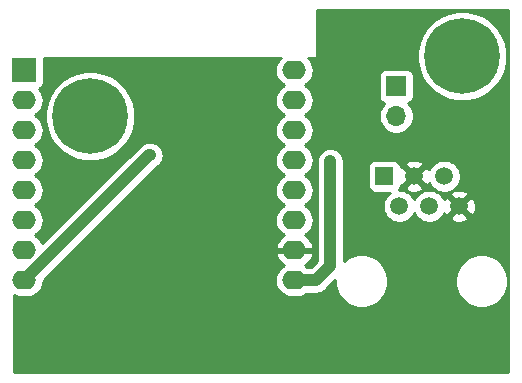
<source format=gbr>
%TF.GenerationSoftware,KiCad,Pcbnew,(5.1.9)-1*%
%TF.CreationDate,2021-10-26T11:54:14+02:00*%
%TF.ProjectId,DSMR-esp,44534d52-2d65-4737-902e-6b696361645f,rev?*%
%TF.SameCoordinates,Original*%
%TF.FileFunction,Copper,L2,Bot*%
%TF.FilePolarity,Positive*%
%FSLAX46Y46*%
G04 Gerber Fmt 4.6, Leading zero omitted, Abs format (unit mm)*
G04 Created by KiCad (PCBNEW (5.1.9)-1) date 2021-10-26 11:54:14*
%MOMM*%
%LPD*%
G01*
G04 APERTURE LIST*
%TA.AperFunction,ComponentPad*%
%ADD10O,1.700000X1.700000*%
%TD*%
%TA.AperFunction,ComponentPad*%
%ADD11R,1.700000X1.700000*%
%TD*%
%TA.AperFunction,ComponentPad*%
%ADD12C,0.800000*%
%TD*%
%TA.AperFunction,ComponentPad*%
%ADD13C,6.400000*%
%TD*%
%TA.AperFunction,ComponentPad*%
%ADD14O,2.000000X1.600000*%
%TD*%
%TA.AperFunction,ComponentPad*%
%ADD15R,2.000000X2.000000*%
%TD*%
%TA.AperFunction,ComponentPad*%
%ADD16R,1.520000X1.520000*%
%TD*%
%TA.AperFunction,ComponentPad*%
%ADD17C,1.520000*%
%TD*%
%TA.AperFunction,ViaPad*%
%ADD18C,0.800000*%
%TD*%
%TA.AperFunction,Conductor*%
%ADD19C,1.000000*%
%TD*%
%TA.AperFunction,Conductor*%
%ADD20C,0.254000*%
%TD*%
%TA.AperFunction,Conductor*%
%ADD21C,0.100000*%
%TD*%
G04 APERTURE END LIST*
D10*
%TO.P,JP2,2*%
%TO.N,5V_DSMR*%
X61976000Y-37592000D03*
D11*
%TO.P,JP2,1*%
%TO.N,Net-(D1-Pad2)*%
X61976000Y-35052000D03*
%TD*%
D12*
%TO.P,H2,1*%
%TO.N,N/C*%
X69261056Y-30814944D03*
X67564000Y-30112000D03*
X65866944Y-30814944D03*
X65164000Y-32512000D03*
X65866944Y-34209056D03*
X67564000Y-34912000D03*
X69261056Y-34209056D03*
X69964000Y-32512000D03*
D13*
X67564000Y-32512000D03*
%TD*%
D12*
%TO.P,H1,1*%
%TO.N,N/C*%
X37765056Y-35894944D03*
X36068000Y-35192000D03*
X34370944Y-35894944D03*
X33668000Y-37592000D03*
X34370944Y-39289056D03*
X36068000Y-39992000D03*
X37765056Y-39289056D03*
X38468000Y-37592000D03*
D13*
X36068000Y-37592000D03*
%TD*%
D14*
%TO.P,U1,16*%
%TO.N,N/C*%
X53361000Y-33702000D03*
%TO.P,U1,15*%
X53361000Y-36242000D03*
%TO.P,U1,14*%
X53361000Y-38782000D03*
%TO.P,U1,13*%
X53361000Y-41322000D03*
%TO.P,U1,12*%
X53361000Y-43862000D03*
%TO.P,U1,11*%
X53361000Y-46402000D03*
%TO.P,U1,10*%
%TO.N,GND*%
X53361000Y-48942000D03*
%TO.P,U1,9*%
%TO.N,+5V*%
X53361000Y-51482000D03*
%TO.P,U1,8*%
%TO.N,+3V3*%
X30501000Y-51482000D03*
%TO.P,U1,7*%
%TO.N,N/C*%
X30501000Y-48942000D03*
%TO.P,U1,6*%
%TO.N,RX*%
X30501000Y-46402000D03*
%TO.P,U1,5*%
%TO.N,N/C*%
X30501000Y-43862000D03*
%TO.P,U1,4*%
X30501000Y-41322000D03*
%TO.P,U1,3*%
X30501000Y-38782000D03*
D15*
%TO.P,U1,1*%
X30501000Y-33702000D03*
D14*
%TO.P,U1,2*%
X30501000Y-36242000D03*
%TD*%
D16*
%TO.P,J1,1*%
%TO.N,5V_DSMR*%
X60960000Y-42672000D03*
D17*
%TO.P,J1,2*%
%TO.N,DATA_REQ*%
X62230000Y-45212000D03*
%TO.P,J1,3*%
%TO.N,GND*%
X63500000Y-42672000D03*
%TO.P,J1,4*%
%TO.N,N/C*%
X64770000Y-45212000D03*
%TO.P,J1,5*%
%TO.N,DATA*%
X66040000Y-42672000D03*
%TO.P,J1,6*%
%TO.N,GND*%
X67310000Y-45212000D03*
%TD*%
D18*
%TO.N,GND*%
X39624000Y-44704000D03*
X33020000Y-46482000D03*
X39370000Y-53340000D03*
X32258000Y-53340000D03*
X51435000Y-50165000D03*
%TO.N,+3V3*%
X41148000Y-40894000D03*
%TO.N,+5V*%
X56387998Y-41402000D03*
%TD*%
D19*
%TO.N,+3V3*%
X30501000Y-51482000D02*
X41089000Y-40894000D01*
X41089000Y-40894000D02*
X41148000Y-40894000D01*
%TO.N,+5V*%
X56388000Y-50292000D02*
X56388000Y-41402002D01*
X55198000Y-51482000D02*
X56388000Y-50292000D01*
X56388000Y-41402002D02*
X56387998Y-41402000D01*
X53361000Y-51482000D02*
X55198000Y-51482000D01*
%TD*%
D20*
%TO.N,GND*%
X71476000Y-59284000D02*
X29616000Y-59284000D01*
X29616000Y-52742989D01*
X29749192Y-52814182D01*
X30019691Y-52896236D01*
X30230508Y-52917000D01*
X30771492Y-52917000D01*
X30982309Y-52896236D01*
X31252808Y-52814182D01*
X31502101Y-52680932D01*
X31720608Y-52501608D01*
X31899932Y-52283101D01*
X32033182Y-52033808D01*
X32115236Y-51763309D01*
X32142943Y-51482000D01*
X51719057Y-51482000D01*
X51746764Y-51763309D01*
X51828818Y-52033808D01*
X51962068Y-52283101D01*
X52141392Y-52501608D01*
X52359899Y-52680932D01*
X52609192Y-52814182D01*
X52879691Y-52896236D01*
X53090508Y-52917000D01*
X53631492Y-52917000D01*
X53842309Y-52896236D01*
X54112808Y-52814182D01*
X54362101Y-52680932D01*
X54440002Y-52617000D01*
X55142249Y-52617000D01*
X55198000Y-52622491D01*
X55253751Y-52617000D01*
X55253752Y-52617000D01*
X55420499Y-52600577D01*
X55634447Y-52535676D01*
X55831623Y-52430284D01*
X56004449Y-52288449D01*
X56039996Y-52245135D01*
X56790000Y-51495132D01*
X56790000Y-51784591D01*
X56876851Y-52221218D01*
X57047214Y-52632511D01*
X57294544Y-53002666D01*
X57609334Y-53317456D01*
X57979489Y-53564786D01*
X58390782Y-53735149D01*
X58827409Y-53822000D01*
X59272591Y-53822000D01*
X59709218Y-53735149D01*
X60120511Y-53564786D01*
X60490666Y-53317456D01*
X60805456Y-53002666D01*
X61052786Y-52632511D01*
X61223149Y-52221218D01*
X61310000Y-51784591D01*
X61310000Y-51339409D01*
X66950000Y-51339409D01*
X66950000Y-51784591D01*
X67036851Y-52221218D01*
X67207214Y-52632511D01*
X67454544Y-53002666D01*
X67769334Y-53317456D01*
X68139489Y-53564786D01*
X68550782Y-53735149D01*
X68987409Y-53822000D01*
X69432591Y-53822000D01*
X69869218Y-53735149D01*
X70280511Y-53564786D01*
X70650666Y-53317456D01*
X70965456Y-53002666D01*
X71212786Y-52632511D01*
X71383149Y-52221218D01*
X71470000Y-51784591D01*
X71470000Y-51339409D01*
X71383149Y-50902782D01*
X71212786Y-50491489D01*
X70965456Y-50121334D01*
X70650666Y-49806544D01*
X70280511Y-49559214D01*
X69869218Y-49388851D01*
X69432591Y-49302000D01*
X68987409Y-49302000D01*
X68550782Y-49388851D01*
X68139489Y-49559214D01*
X67769334Y-49806544D01*
X67454544Y-50121334D01*
X67207214Y-50491489D01*
X67036851Y-50902782D01*
X66950000Y-51339409D01*
X61310000Y-51339409D01*
X61223149Y-50902782D01*
X61052786Y-50491489D01*
X60805456Y-50121334D01*
X60490666Y-49806544D01*
X60120511Y-49559214D01*
X59709218Y-49388851D01*
X59272591Y-49302000D01*
X58827409Y-49302000D01*
X58390782Y-49388851D01*
X57979489Y-49559214D01*
X57609334Y-49806544D01*
X57523000Y-49892878D01*
X57523000Y-41912000D01*
X59561928Y-41912000D01*
X59561928Y-43432000D01*
X59574188Y-43556482D01*
X59610498Y-43676180D01*
X59669463Y-43786494D01*
X59748815Y-43883185D01*
X59845506Y-43962537D01*
X59955820Y-44021502D01*
X60075518Y-44057812D01*
X60200000Y-44070072D01*
X61428082Y-44070072D01*
X61340739Y-44128433D01*
X61146433Y-44322739D01*
X60993767Y-44551220D01*
X60888609Y-44805093D01*
X60835000Y-45074604D01*
X60835000Y-45349396D01*
X60888609Y-45618907D01*
X60993767Y-45872780D01*
X61146433Y-46101261D01*
X61340739Y-46295567D01*
X61569220Y-46448233D01*
X61823093Y-46553391D01*
X62092604Y-46607000D01*
X62367396Y-46607000D01*
X62636907Y-46553391D01*
X62890780Y-46448233D01*
X63119261Y-46295567D01*
X63313567Y-46101261D01*
X63466233Y-45872780D01*
X63500000Y-45791260D01*
X63533767Y-45872780D01*
X63686433Y-46101261D01*
X63880739Y-46295567D01*
X64109220Y-46448233D01*
X64363093Y-46553391D01*
X64632604Y-46607000D01*
X64907396Y-46607000D01*
X65176907Y-46553391D01*
X65430780Y-46448233D01*
X65659261Y-46295567D01*
X65778691Y-46176137D01*
X66525469Y-46176137D01*
X66592206Y-46416025D01*
X66840892Y-46532924D01*
X67107606Y-46599061D01*
X67382097Y-46611895D01*
X67653817Y-46570931D01*
X67912326Y-46477744D01*
X68027794Y-46416025D01*
X68094531Y-46176137D01*
X67310000Y-45391605D01*
X66525469Y-46176137D01*
X65778691Y-46176137D01*
X65853567Y-46101261D01*
X66006233Y-45872780D01*
X66037830Y-45796499D01*
X66044256Y-45814326D01*
X66105975Y-45929794D01*
X66345863Y-45996531D01*
X67130395Y-45212000D01*
X67489605Y-45212000D01*
X68274137Y-45996531D01*
X68514025Y-45929794D01*
X68630924Y-45681108D01*
X68697061Y-45414394D01*
X68709895Y-45139903D01*
X68668931Y-44868183D01*
X68575744Y-44609674D01*
X68514025Y-44494206D01*
X68274137Y-44427469D01*
X67489605Y-45212000D01*
X67130395Y-45212000D01*
X66345863Y-44427469D01*
X66105975Y-44494206D01*
X66040400Y-44633707D01*
X66006233Y-44551220D01*
X65853567Y-44322739D01*
X65778691Y-44247863D01*
X66525469Y-44247863D01*
X67310000Y-45032395D01*
X68094531Y-44247863D01*
X68027794Y-44007975D01*
X67779108Y-43891076D01*
X67512394Y-43824939D01*
X67237903Y-43812105D01*
X66966183Y-43853069D01*
X66707674Y-43946256D01*
X66592206Y-44007975D01*
X66525469Y-44247863D01*
X65778691Y-44247863D01*
X65659261Y-44128433D01*
X65430780Y-43975767D01*
X65176907Y-43870609D01*
X64907396Y-43817000D01*
X64632604Y-43817000D01*
X64363093Y-43870609D01*
X64109220Y-43975767D01*
X63880739Y-44128433D01*
X63686433Y-44322739D01*
X63533767Y-44551220D01*
X63500000Y-44632740D01*
X63466233Y-44551220D01*
X63313567Y-44322739D01*
X63119261Y-44128433D01*
X62890780Y-43975767D01*
X62636907Y-43870609D01*
X62367396Y-43817000D01*
X62225501Y-43817000D01*
X62250537Y-43786494D01*
X62309502Y-43676180D01*
X62321648Y-43636137D01*
X62715469Y-43636137D01*
X62782206Y-43876025D01*
X63030892Y-43992924D01*
X63297606Y-44059061D01*
X63572097Y-44071895D01*
X63843817Y-44030931D01*
X64102326Y-43937744D01*
X64217794Y-43876025D01*
X64284531Y-43636137D01*
X63500000Y-42851605D01*
X62715469Y-43636137D01*
X62321648Y-43636137D01*
X62345812Y-43556482D01*
X62358072Y-43432000D01*
X62358072Y-43407069D01*
X62535863Y-43456531D01*
X63320395Y-42672000D01*
X63679605Y-42672000D01*
X64464137Y-43456531D01*
X64704025Y-43389794D01*
X64769600Y-43250293D01*
X64803767Y-43332780D01*
X64956433Y-43561261D01*
X65150739Y-43755567D01*
X65379220Y-43908233D01*
X65633093Y-44013391D01*
X65902604Y-44067000D01*
X66177396Y-44067000D01*
X66446907Y-44013391D01*
X66700780Y-43908233D01*
X66929261Y-43755567D01*
X67123567Y-43561261D01*
X67276233Y-43332780D01*
X67381391Y-43078907D01*
X67435000Y-42809396D01*
X67435000Y-42534604D01*
X67381391Y-42265093D01*
X67276233Y-42011220D01*
X67123567Y-41782739D01*
X66929261Y-41588433D01*
X66700780Y-41435767D01*
X66446907Y-41330609D01*
X66177396Y-41277000D01*
X65902604Y-41277000D01*
X65633093Y-41330609D01*
X65379220Y-41435767D01*
X65150739Y-41588433D01*
X64956433Y-41782739D01*
X64803767Y-42011220D01*
X64772170Y-42087501D01*
X64765744Y-42069674D01*
X64704025Y-41954206D01*
X64464137Y-41887469D01*
X63679605Y-42672000D01*
X63320395Y-42672000D01*
X62535863Y-41887469D01*
X62358072Y-41936931D01*
X62358072Y-41912000D01*
X62345812Y-41787518D01*
X62321649Y-41707863D01*
X62715469Y-41707863D01*
X63500000Y-42492395D01*
X64284531Y-41707863D01*
X64217794Y-41467975D01*
X63969108Y-41351076D01*
X63702394Y-41284939D01*
X63427903Y-41272105D01*
X63156183Y-41313069D01*
X62897674Y-41406256D01*
X62782206Y-41467975D01*
X62715469Y-41707863D01*
X62321649Y-41707863D01*
X62309502Y-41667820D01*
X62250537Y-41557506D01*
X62171185Y-41460815D01*
X62074494Y-41381463D01*
X61964180Y-41322498D01*
X61844482Y-41286188D01*
X61720000Y-41273928D01*
X60200000Y-41273928D01*
X60075518Y-41286188D01*
X59955820Y-41322498D01*
X59845506Y-41381463D01*
X59748815Y-41460815D01*
X59669463Y-41557506D01*
X59610498Y-41667820D01*
X59574188Y-41787518D01*
X59561928Y-41912000D01*
X57523000Y-41912000D01*
X57523000Y-41457754D01*
X57528491Y-41402002D01*
X57523000Y-41346250D01*
X57506577Y-41179503D01*
X57441676Y-40965555D01*
X57336284Y-40768379D01*
X57194449Y-40595553D01*
X57021623Y-40453718D01*
X56859384Y-40367000D01*
X56824444Y-40348324D01*
X56610496Y-40283423D01*
X56387998Y-40261509D01*
X56165500Y-40283423D01*
X55951552Y-40348324D01*
X55754376Y-40453717D01*
X55581550Y-40595552D01*
X55439715Y-40768378D01*
X55334322Y-40965554D01*
X55269421Y-41179502D01*
X55247507Y-41402000D01*
X55253001Y-41457782D01*
X55253000Y-49821868D01*
X54727869Y-50347000D01*
X54440002Y-50347000D01*
X54362101Y-50283068D01*
X54232655Y-50213878D01*
X54250227Y-50206430D01*
X54483662Y-50047673D01*
X54681639Y-49846425D01*
X54836551Y-49610421D01*
X54942444Y-49348730D01*
X54952904Y-49291039D01*
X54830915Y-49069000D01*
X53488000Y-49069000D01*
X53488000Y-49089000D01*
X53234000Y-49089000D01*
X53234000Y-49069000D01*
X51891085Y-49069000D01*
X51769096Y-49291039D01*
X51779556Y-49348730D01*
X51885449Y-49610421D01*
X52040361Y-49846425D01*
X52238338Y-50047673D01*
X52471773Y-50206430D01*
X52489345Y-50213878D01*
X52359899Y-50283068D01*
X52141392Y-50462392D01*
X51962068Y-50680899D01*
X51828818Y-50930192D01*
X51746764Y-51200691D01*
X51719057Y-51482000D01*
X32142943Y-51482000D01*
X32139642Y-51448489D01*
X41704769Y-41883363D01*
X41781623Y-41842284D01*
X41954449Y-41700449D01*
X42096284Y-41527623D01*
X42201676Y-41330447D01*
X42266577Y-41116499D01*
X42288491Y-40894000D01*
X42266577Y-40671501D01*
X42201676Y-40457553D01*
X42096284Y-40260377D01*
X41954449Y-40087551D01*
X41781623Y-39945716D01*
X41584447Y-39840324D01*
X41370499Y-39775423D01*
X41203752Y-39759000D01*
X41144743Y-39759000D01*
X41088999Y-39753510D01*
X41033255Y-39759000D01*
X41033248Y-39759000D01*
X40887493Y-39773356D01*
X40866500Y-39775423D01*
X40816705Y-39790529D01*
X40652553Y-39840324D01*
X40455377Y-39945716D01*
X40282551Y-40087551D01*
X40247009Y-40130859D01*
X32017331Y-48360537D01*
X31899932Y-48140899D01*
X31720608Y-47922392D01*
X31502101Y-47743068D01*
X31369142Y-47672000D01*
X31502101Y-47600932D01*
X31720608Y-47421608D01*
X31899932Y-47203101D01*
X32033182Y-46953808D01*
X32115236Y-46683309D01*
X32142943Y-46402000D01*
X32115236Y-46120691D01*
X32033182Y-45850192D01*
X31899932Y-45600899D01*
X31720608Y-45382392D01*
X31502101Y-45203068D01*
X31369142Y-45132000D01*
X31502101Y-45060932D01*
X31720608Y-44881608D01*
X31899932Y-44663101D01*
X32033182Y-44413808D01*
X32115236Y-44143309D01*
X32142943Y-43862000D01*
X32115236Y-43580691D01*
X32033182Y-43310192D01*
X31899932Y-43060899D01*
X31720608Y-42842392D01*
X31502101Y-42663068D01*
X31369142Y-42592000D01*
X31502101Y-42520932D01*
X31720608Y-42341608D01*
X31899932Y-42123101D01*
X32033182Y-41873808D01*
X32115236Y-41603309D01*
X32142943Y-41322000D01*
X32115236Y-41040691D01*
X32033182Y-40770192D01*
X31899932Y-40520899D01*
X31720608Y-40302392D01*
X31502101Y-40123068D01*
X31369142Y-40052000D01*
X31502101Y-39980932D01*
X31720608Y-39801608D01*
X31899932Y-39583101D01*
X32033182Y-39333808D01*
X32115236Y-39063309D01*
X32142943Y-38782000D01*
X32115236Y-38500691D01*
X32033182Y-38230192D01*
X31899932Y-37980899D01*
X31720608Y-37762392D01*
X31502101Y-37583068D01*
X31369142Y-37512000D01*
X31502101Y-37440932D01*
X31720608Y-37261608D01*
X31759444Y-37214285D01*
X32233000Y-37214285D01*
X32233000Y-37969715D01*
X32380377Y-38710628D01*
X32669467Y-39408554D01*
X33089161Y-40036670D01*
X33623330Y-40570839D01*
X34251446Y-40990533D01*
X34949372Y-41279623D01*
X35690285Y-41427000D01*
X36445715Y-41427000D01*
X37186628Y-41279623D01*
X37884554Y-40990533D01*
X38512670Y-40570839D01*
X39046839Y-40036670D01*
X39466533Y-39408554D01*
X39755623Y-38710628D01*
X39903000Y-37969715D01*
X39903000Y-37214285D01*
X39755623Y-36473372D01*
X39466533Y-35775446D01*
X39046839Y-35147330D01*
X38512670Y-34613161D01*
X37884554Y-34193467D01*
X37186628Y-33904377D01*
X36445715Y-33757000D01*
X35690285Y-33757000D01*
X34949372Y-33904377D01*
X34251446Y-34193467D01*
X33623330Y-34613161D01*
X33089161Y-35147330D01*
X32669467Y-35775446D01*
X32380377Y-36473372D01*
X32233000Y-37214285D01*
X31759444Y-37214285D01*
X31899932Y-37043101D01*
X32033182Y-36793808D01*
X32115236Y-36523309D01*
X32142943Y-36242000D01*
X32115236Y-35960691D01*
X32033182Y-35690192D01*
X31899932Y-35440899D01*
X31767524Y-35279559D01*
X31855494Y-35232537D01*
X31952185Y-35153185D01*
X32031537Y-35056494D01*
X32090502Y-34946180D01*
X32126812Y-34826482D01*
X32139072Y-34702000D01*
X32139072Y-32702000D01*
X32132867Y-32639000D01*
X52194265Y-32639000D01*
X52141392Y-32682392D01*
X51962068Y-32900899D01*
X51828818Y-33150192D01*
X51746764Y-33420691D01*
X51719057Y-33702000D01*
X51746764Y-33983309D01*
X51828818Y-34253808D01*
X51962068Y-34503101D01*
X52141392Y-34721608D01*
X52359899Y-34900932D01*
X52492858Y-34972000D01*
X52359899Y-35043068D01*
X52141392Y-35222392D01*
X51962068Y-35440899D01*
X51828818Y-35690192D01*
X51746764Y-35960691D01*
X51719057Y-36242000D01*
X51746764Y-36523309D01*
X51828818Y-36793808D01*
X51962068Y-37043101D01*
X52141392Y-37261608D01*
X52359899Y-37440932D01*
X52492858Y-37512000D01*
X52359899Y-37583068D01*
X52141392Y-37762392D01*
X51962068Y-37980899D01*
X51828818Y-38230192D01*
X51746764Y-38500691D01*
X51719057Y-38782000D01*
X51746764Y-39063309D01*
X51828818Y-39333808D01*
X51962068Y-39583101D01*
X52141392Y-39801608D01*
X52359899Y-39980932D01*
X52492858Y-40052000D01*
X52359899Y-40123068D01*
X52141392Y-40302392D01*
X51962068Y-40520899D01*
X51828818Y-40770192D01*
X51746764Y-41040691D01*
X51719057Y-41322000D01*
X51746764Y-41603309D01*
X51828818Y-41873808D01*
X51962068Y-42123101D01*
X52141392Y-42341608D01*
X52359899Y-42520932D01*
X52492858Y-42592000D01*
X52359899Y-42663068D01*
X52141392Y-42842392D01*
X51962068Y-43060899D01*
X51828818Y-43310192D01*
X51746764Y-43580691D01*
X51719057Y-43862000D01*
X51746764Y-44143309D01*
X51828818Y-44413808D01*
X51962068Y-44663101D01*
X52141392Y-44881608D01*
X52359899Y-45060932D01*
X52492858Y-45132000D01*
X52359899Y-45203068D01*
X52141392Y-45382392D01*
X51962068Y-45600899D01*
X51828818Y-45850192D01*
X51746764Y-46120691D01*
X51719057Y-46402000D01*
X51746764Y-46683309D01*
X51828818Y-46953808D01*
X51962068Y-47203101D01*
X52141392Y-47421608D01*
X52359899Y-47600932D01*
X52489345Y-47670122D01*
X52471773Y-47677570D01*
X52238338Y-47836327D01*
X52040361Y-48037575D01*
X51885449Y-48273579D01*
X51779556Y-48535270D01*
X51769096Y-48592961D01*
X51891085Y-48815000D01*
X53234000Y-48815000D01*
X53234000Y-48795000D01*
X53488000Y-48795000D01*
X53488000Y-48815000D01*
X54830915Y-48815000D01*
X54952904Y-48592961D01*
X54942444Y-48535270D01*
X54836551Y-48273579D01*
X54681639Y-48037575D01*
X54483662Y-47836327D01*
X54250227Y-47677570D01*
X54232655Y-47670122D01*
X54362101Y-47600932D01*
X54580608Y-47421608D01*
X54759932Y-47203101D01*
X54893182Y-46953808D01*
X54975236Y-46683309D01*
X55002943Y-46402000D01*
X54975236Y-46120691D01*
X54893182Y-45850192D01*
X54759932Y-45600899D01*
X54580608Y-45382392D01*
X54362101Y-45203068D01*
X54229142Y-45132000D01*
X54362101Y-45060932D01*
X54580608Y-44881608D01*
X54759932Y-44663101D01*
X54893182Y-44413808D01*
X54975236Y-44143309D01*
X55002943Y-43862000D01*
X54975236Y-43580691D01*
X54893182Y-43310192D01*
X54759932Y-43060899D01*
X54580608Y-42842392D01*
X54362101Y-42663068D01*
X54229142Y-42592000D01*
X54362101Y-42520932D01*
X54580608Y-42341608D01*
X54759932Y-42123101D01*
X54893182Y-41873808D01*
X54975236Y-41603309D01*
X55002943Y-41322000D01*
X54975236Y-41040691D01*
X54893182Y-40770192D01*
X54759932Y-40520899D01*
X54580608Y-40302392D01*
X54362101Y-40123068D01*
X54229142Y-40052000D01*
X54362101Y-39980932D01*
X54580608Y-39801608D01*
X54759932Y-39583101D01*
X54893182Y-39333808D01*
X54975236Y-39063309D01*
X55002943Y-38782000D01*
X54975236Y-38500691D01*
X54893182Y-38230192D01*
X54759932Y-37980899D01*
X54580608Y-37762392D01*
X54362101Y-37583068D01*
X54229142Y-37512000D01*
X54362101Y-37440932D01*
X54580608Y-37261608D01*
X54759932Y-37043101D01*
X54893182Y-36793808D01*
X54975236Y-36523309D01*
X55002943Y-36242000D01*
X54975236Y-35960691D01*
X54893182Y-35690192D01*
X54759932Y-35440899D01*
X54580608Y-35222392D01*
X54362101Y-35043068D01*
X54229142Y-34972000D01*
X54362101Y-34900932D01*
X54580608Y-34721608D01*
X54759932Y-34503101D01*
X54893182Y-34253808D01*
X54908897Y-34202000D01*
X60487928Y-34202000D01*
X60487928Y-35902000D01*
X60500188Y-36026482D01*
X60536498Y-36146180D01*
X60595463Y-36256494D01*
X60674815Y-36353185D01*
X60771506Y-36432537D01*
X60881820Y-36491502D01*
X60954380Y-36513513D01*
X60822525Y-36645368D01*
X60660010Y-36888589D01*
X60548068Y-37158842D01*
X60491000Y-37445740D01*
X60491000Y-37738260D01*
X60548068Y-38025158D01*
X60660010Y-38295411D01*
X60822525Y-38538632D01*
X61029368Y-38745475D01*
X61272589Y-38907990D01*
X61542842Y-39019932D01*
X61829740Y-39077000D01*
X62122260Y-39077000D01*
X62409158Y-39019932D01*
X62679411Y-38907990D01*
X62922632Y-38745475D01*
X63129475Y-38538632D01*
X63291990Y-38295411D01*
X63403932Y-38025158D01*
X63461000Y-37738260D01*
X63461000Y-37445740D01*
X63403932Y-37158842D01*
X63291990Y-36888589D01*
X63129475Y-36645368D01*
X62997620Y-36513513D01*
X63070180Y-36491502D01*
X63180494Y-36432537D01*
X63277185Y-36353185D01*
X63356537Y-36256494D01*
X63415502Y-36146180D01*
X63451812Y-36026482D01*
X63464072Y-35902000D01*
X63464072Y-34202000D01*
X63451812Y-34077518D01*
X63415502Y-33957820D01*
X63356537Y-33847506D01*
X63277185Y-33750815D01*
X63180494Y-33671463D01*
X63070180Y-33612498D01*
X62950482Y-33576188D01*
X62826000Y-33563928D01*
X61126000Y-33563928D01*
X61001518Y-33576188D01*
X60881820Y-33612498D01*
X60771506Y-33671463D01*
X60674815Y-33750815D01*
X60595463Y-33847506D01*
X60536498Y-33957820D01*
X60500188Y-34077518D01*
X60487928Y-34202000D01*
X54908897Y-34202000D01*
X54975236Y-33983309D01*
X55002943Y-33702000D01*
X54975236Y-33420691D01*
X54893182Y-33150192D01*
X54759932Y-32900899D01*
X54580608Y-32682392D01*
X54527735Y-32639000D01*
X55118000Y-32639000D01*
X55142776Y-32636560D01*
X55166601Y-32629333D01*
X55188557Y-32617597D01*
X55207803Y-32601803D01*
X55223597Y-32582557D01*
X55235333Y-32560601D01*
X55242560Y-32536776D01*
X55245000Y-32512000D01*
X55245000Y-32134285D01*
X63729000Y-32134285D01*
X63729000Y-32889715D01*
X63876377Y-33630628D01*
X64165467Y-34328554D01*
X64585161Y-34956670D01*
X65119330Y-35490839D01*
X65747446Y-35910533D01*
X66445372Y-36199623D01*
X67186285Y-36347000D01*
X67941715Y-36347000D01*
X68682628Y-36199623D01*
X69380554Y-35910533D01*
X70008670Y-35490839D01*
X70542839Y-34956670D01*
X70962533Y-34328554D01*
X71251623Y-33630628D01*
X71399000Y-32889715D01*
X71399000Y-32134285D01*
X71251623Y-31393372D01*
X70962533Y-30695446D01*
X70542839Y-30067330D01*
X70008670Y-29533161D01*
X69380554Y-29113467D01*
X68682628Y-28824377D01*
X67941715Y-28677000D01*
X67186285Y-28677000D01*
X66445372Y-28824377D01*
X65747446Y-29113467D01*
X65119330Y-29533161D01*
X64585161Y-30067330D01*
X64165467Y-30695446D01*
X63876377Y-31393372D01*
X63729000Y-32134285D01*
X55245000Y-32134285D01*
X55245000Y-28600000D01*
X71476001Y-28600000D01*
X71476000Y-59284000D01*
%TA.AperFunction,Conductor*%
D21*
G36*
X71476000Y-59284000D02*
G01*
X29616000Y-59284000D01*
X29616000Y-52742989D01*
X29749192Y-52814182D01*
X30019691Y-52896236D01*
X30230508Y-52917000D01*
X30771492Y-52917000D01*
X30982309Y-52896236D01*
X31252808Y-52814182D01*
X31502101Y-52680932D01*
X31720608Y-52501608D01*
X31899932Y-52283101D01*
X32033182Y-52033808D01*
X32115236Y-51763309D01*
X32142943Y-51482000D01*
X51719057Y-51482000D01*
X51746764Y-51763309D01*
X51828818Y-52033808D01*
X51962068Y-52283101D01*
X52141392Y-52501608D01*
X52359899Y-52680932D01*
X52609192Y-52814182D01*
X52879691Y-52896236D01*
X53090508Y-52917000D01*
X53631492Y-52917000D01*
X53842309Y-52896236D01*
X54112808Y-52814182D01*
X54362101Y-52680932D01*
X54440002Y-52617000D01*
X55142249Y-52617000D01*
X55198000Y-52622491D01*
X55253751Y-52617000D01*
X55253752Y-52617000D01*
X55420499Y-52600577D01*
X55634447Y-52535676D01*
X55831623Y-52430284D01*
X56004449Y-52288449D01*
X56039996Y-52245135D01*
X56790000Y-51495132D01*
X56790000Y-51784591D01*
X56876851Y-52221218D01*
X57047214Y-52632511D01*
X57294544Y-53002666D01*
X57609334Y-53317456D01*
X57979489Y-53564786D01*
X58390782Y-53735149D01*
X58827409Y-53822000D01*
X59272591Y-53822000D01*
X59709218Y-53735149D01*
X60120511Y-53564786D01*
X60490666Y-53317456D01*
X60805456Y-53002666D01*
X61052786Y-52632511D01*
X61223149Y-52221218D01*
X61310000Y-51784591D01*
X61310000Y-51339409D01*
X66950000Y-51339409D01*
X66950000Y-51784591D01*
X67036851Y-52221218D01*
X67207214Y-52632511D01*
X67454544Y-53002666D01*
X67769334Y-53317456D01*
X68139489Y-53564786D01*
X68550782Y-53735149D01*
X68987409Y-53822000D01*
X69432591Y-53822000D01*
X69869218Y-53735149D01*
X70280511Y-53564786D01*
X70650666Y-53317456D01*
X70965456Y-53002666D01*
X71212786Y-52632511D01*
X71383149Y-52221218D01*
X71470000Y-51784591D01*
X71470000Y-51339409D01*
X71383149Y-50902782D01*
X71212786Y-50491489D01*
X70965456Y-50121334D01*
X70650666Y-49806544D01*
X70280511Y-49559214D01*
X69869218Y-49388851D01*
X69432591Y-49302000D01*
X68987409Y-49302000D01*
X68550782Y-49388851D01*
X68139489Y-49559214D01*
X67769334Y-49806544D01*
X67454544Y-50121334D01*
X67207214Y-50491489D01*
X67036851Y-50902782D01*
X66950000Y-51339409D01*
X61310000Y-51339409D01*
X61223149Y-50902782D01*
X61052786Y-50491489D01*
X60805456Y-50121334D01*
X60490666Y-49806544D01*
X60120511Y-49559214D01*
X59709218Y-49388851D01*
X59272591Y-49302000D01*
X58827409Y-49302000D01*
X58390782Y-49388851D01*
X57979489Y-49559214D01*
X57609334Y-49806544D01*
X57523000Y-49892878D01*
X57523000Y-41912000D01*
X59561928Y-41912000D01*
X59561928Y-43432000D01*
X59574188Y-43556482D01*
X59610498Y-43676180D01*
X59669463Y-43786494D01*
X59748815Y-43883185D01*
X59845506Y-43962537D01*
X59955820Y-44021502D01*
X60075518Y-44057812D01*
X60200000Y-44070072D01*
X61428082Y-44070072D01*
X61340739Y-44128433D01*
X61146433Y-44322739D01*
X60993767Y-44551220D01*
X60888609Y-44805093D01*
X60835000Y-45074604D01*
X60835000Y-45349396D01*
X60888609Y-45618907D01*
X60993767Y-45872780D01*
X61146433Y-46101261D01*
X61340739Y-46295567D01*
X61569220Y-46448233D01*
X61823093Y-46553391D01*
X62092604Y-46607000D01*
X62367396Y-46607000D01*
X62636907Y-46553391D01*
X62890780Y-46448233D01*
X63119261Y-46295567D01*
X63313567Y-46101261D01*
X63466233Y-45872780D01*
X63500000Y-45791260D01*
X63533767Y-45872780D01*
X63686433Y-46101261D01*
X63880739Y-46295567D01*
X64109220Y-46448233D01*
X64363093Y-46553391D01*
X64632604Y-46607000D01*
X64907396Y-46607000D01*
X65176907Y-46553391D01*
X65430780Y-46448233D01*
X65659261Y-46295567D01*
X65778691Y-46176137D01*
X66525469Y-46176137D01*
X66592206Y-46416025D01*
X66840892Y-46532924D01*
X67107606Y-46599061D01*
X67382097Y-46611895D01*
X67653817Y-46570931D01*
X67912326Y-46477744D01*
X68027794Y-46416025D01*
X68094531Y-46176137D01*
X67310000Y-45391605D01*
X66525469Y-46176137D01*
X65778691Y-46176137D01*
X65853567Y-46101261D01*
X66006233Y-45872780D01*
X66037830Y-45796499D01*
X66044256Y-45814326D01*
X66105975Y-45929794D01*
X66345863Y-45996531D01*
X67130395Y-45212000D01*
X67489605Y-45212000D01*
X68274137Y-45996531D01*
X68514025Y-45929794D01*
X68630924Y-45681108D01*
X68697061Y-45414394D01*
X68709895Y-45139903D01*
X68668931Y-44868183D01*
X68575744Y-44609674D01*
X68514025Y-44494206D01*
X68274137Y-44427469D01*
X67489605Y-45212000D01*
X67130395Y-45212000D01*
X66345863Y-44427469D01*
X66105975Y-44494206D01*
X66040400Y-44633707D01*
X66006233Y-44551220D01*
X65853567Y-44322739D01*
X65778691Y-44247863D01*
X66525469Y-44247863D01*
X67310000Y-45032395D01*
X68094531Y-44247863D01*
X68027794Y-44007975D01*
X67779108Y-43891076D01*
X67512394Y-43824939D01*
X67237903Y-43812105D01*
X66966183Y-43853069D01*
X66707674Y-43946256D01*
X66592206Y-44007975D01*
X66525469Y-44247863D01*
X65778691Y-44247863D01*
X65659261Y-44128433D01*
X65430780Y-43975767D01*
X65176907Y-43870609D01*
X64907396Y-43817000D01*
X64632604Y-43817000D01*
X64363093Y-43870609D01*
X64109220Y-43975767D01*
X63880739Y-44128433D01*
X63686433Y-44322739D01*
X63533767Y-44551220D01*
X63500000Y-44632740D01*
X63466233Y-44551220D01*
X63313567Y-44322739D01*
X63119261Y-44128433D01*
X62890780Y-43975767D01*
X62636907Y-43870609D01*
X62367396Y-43817000D01*
X62225501Y-43817000D01*
X62250537Y-43786494D01*
X62309502Y-43676180D01*
X62321648Y-43636137D01*
X62715469Y-43636137D01*
X62782206Y-43876025D01*
X63030892Y-43992924D01*
X63297606Y-44059061D01*
X63572097Y-44071895D01*
X63843817Y-44030931D01*
X64102326Y-43937744D01*
X64217794Y-43876025D01*
X64284531Y-43636137D01*
X63500000Y-42851605D01*
X62715469Y-43636137D01*
X62321648Y-43636137D01*
X62345812Y-43556482D01*
X62358072Y-43432000D01*
X62358072Y-43407069D01*
X62535863Y-43456531D01*
X63320395Y-42672000D01*
X63679605Y-42672000D01*
X64464137Y-43456531D01*
X64704025Y-43389794D01*
X64769600Y-43250293D01*
X64803767Y-43332780D01*
X64956433Y-43561261D01*
X65150739Y-43755567D01*
X65379220Y-43908233D01*
X65633093Y-44013391D01*
X65902604Y-44067000D01*
X66177396Y-44067000D01*
X66446907Y-44013391D01*
X66700780Y-43908233D01*
X66929261Y-43755567D01*
X67123567Y-43561261D01*
X67276233Y-43332780D01*
X67381391Y-43078907D01*
X67435000Y-42809396D01*
X67435000Y-42534604D01*
X67381391Y-42265093D01*
X67276233Y-42011220D01*
X67123567Y-41782739D01*
X66929261Y-41588433D01*
X66700780Y-41435767D01*
X66446907Y-41330609D01*
X66177396Y-41277000D01*
X65902604Y-41277000D01*
X65633093Y-41330609D01*
X65379220Y-41435767D01*
X65150739Y-41588433D01*
X64956433Y-41782739D01*
X64803767Y-42011220D01*
X64772170Y-42087501D01*
X64765744Y-42069674D01*
X64704025Y-41954206D01*
X64464137Y-41887469D01*
X63679605Y-42672000D01*
X63320395Y-42672000D01*
X62535863Y-41887469D01*
X62358072Y-41936931D01*
X62358072Y-41912000D01*
X62345812Y-41787518D01*
X62321649Y-41707863D01*
X62715469Y-41707863D01*
X63500000Y-42492395D01*
X64284531Y-41707863D01*
X64217794Y-41467975D01*
X63969108Y-41351076D01*
X63702394Y-41284939D01*
X63427903Y-41272105D01*
X63156183Y-41313069D01*
X62897674Y-41406256D01*
X62782206Y-41467975D01*
X62715469Y-41707863D01*
X62321649Y-41707863D01*
X62309502Y-41667820D01*
X62250537Y-41557506D01*
X62171185Y-41460815D01*
X62074494Y-41381463D01*
X61964180Y-41322498D01*
X61844482Y-41286188D01*
X61720000Y-41273928D01*
X60200000Y-41273928D01*
X60075518Y-41286188D01*
X59955820Y-41322498D01*
X59845506Y-41381463D01*
X59748815Y-41460815D01*
X59669463Y-41557506D01*
X59610498Y-41667820D01*
X59574188Y-41787518D01*
X59561928Y-41912000D01*
X57523000Y-41912000D01*
X57523000Y-41457754D01*
X57528491Y-41402002D01*
X57523000Y-41346250D01*
X57506577Y-41179503D01*
X57441676Y-40965555D01*
X57336284Y-40768379D01*
X57194449Y-40595553D01*
X57021623Y-40453718D01*
X56859384Y-40367000D01*
X56824444Y-40348324D01*
X56610496Y-40283423D01*
X56387998Y-40261509D01*
X56165500Y-40283423D01*
X55951552Y-40348324D01*
X55754376Y-40453717D01*
X55581550Y-40595552D01*
X55439715Y-40768378D01*
X55334322Y-40965554D01*
X55269421Y-41179502D01*
X55247507Y-41402000D01*
X55253001Y-41457782D01*
X55253000Y-49821868D01*
X54727869Y-50347000D01*
X54440002Y-50347000D01*
X54362101Y-50283068D01*
X54232655Y-50213878D01*
X54250227Y-50206430D01*
X54483662Y-50047673D01*
X54681639Y-49846425D01*
X54836551Y-49610421D01*
X54942444Y-49348730D01*
X54952904Y-49291039D01*
X54830915Y-49069000D01*
X53488000Y-49069000D01*
X53488000Y-49089000D01*
X53234000Y-49089000D01*
X53234000Y-49069000D01*
X51891085Y-49069000D01*
X51769096Y-49291039D01*
X51779556Y-49348730D01*
X51885449Y-49610421D01*
X52040361Y-49846425D01*
X52238338Y-50047673D01*
X52471773Y-50206430D01*
X52489345Y-50213878D01*
X52359899Y-50283068D01*
X52141392Y-50462392D01*
X51962068Y-50680899D01*
X51828818Y-50930192D01*
X51746764Y-51200691D01*
X51719057Y-51482000D01*
X32142943Y-51482000D01*
X32139642Y-51448489D01*
X41704769Y-41883363D01*
X41781623Y-41842284D01*
X41954449Y-41700449D01*
X42096284Y-41527623D01*
X42201676Y-41330447D01*
X42266577Y-41116499D01*
X42288491Y-40894000D01*
X42266577Y-40671501D01*
X42201676Y-40457553D01*
X42096284Y-40260377D01*
X41954449Y-40087551D01*
X41781623Y-39945716D01*
X41584447Y-39840324D01*
X41370499Y-39775423D01*
X41203752Y-39759000D01*
X41144743Y-39759000D01*
X41088999Y-39753510D01*
X41033255Y-39759000D01*
X41033248Y-39759000D01*
X40887493Y-39773356D01*
X40866500Y-39775423D01*
X40816705Y-39790529D01*
X40652553Y-39840324D01*
X40455377Y-39945716D01*
X40282551Y-40087551D01*
X40247009Y-40130859D01*
X32017331Y-48360537D01*
X31899932Y-48140899D01*
X31720608Y-47922392D01*
X31502101Y-47743068D01*
X31369142Y-47672000D01*
X31502101Y-47600932D01*
X31720608Y-47421608D01*
X31899932Y-47203101D01*
X32033182Y-46953808D01*
X32115236Y-46683309D01*
X32142943Y-46402000D01*
X32115236Y-46120691D01*
X32033182Y-45850192D01*
X31899932Y-45600899D01*
X31720608Y-45382392D01*
X31502101Y-45203068D01*
X31369142Y-45132000D01*
X31502101Y-45060932D01*
X31720608Y-44881608D01*
X31899932Y-44663101D01*
X32033182Y-44413808D01*
X32115236Y-44143309D01*
X32142943Y-43862000D01*
X32115236Y-43580691D01*
X32033182Y-43310192D01*
X31899932Y-43060899D01*
X31720608Y-42842392D01*
X31502101Y-42663068D01*
X31369142Y-42592000D01*
X31502101Y-42520932D01*
X31720608Y-42341608D01*
X31899932Y-42123101D01*
X32033182Y-41873808D01*
X32115236Y-41603309D01*
X32142943Y-41322000D01*
X32115236Y-41040691D01*
X32033182Y-40770192D01*
X31899932Y-40520899D01*
X31720608Y-40302392D01*
X31502101Y-40123068D01*
X31369142Y-40052000D01*
X31502101Y-39980932D01*
X31720608Y-39801608D01*
X31899932Y-39583101D01*
X32033182Y-39333808D01*
X32115236Y-39063309D01*
X32142943Y-38782000D01*
X32115236Y-38500691D01*
X32033182Y-38230192D01*
X31899932Y-37980899D01*
X31720608Y-37762392D01*
X31502101Y-37583068D01*
X31369142Y-37512000D01*
X31502101Y-37440932D01*
X31720608Y-37261608D01*
X31759444Y-37214285D01*
X32233000Y-37214285D01*
X32233000Y-37969715D01*
X32380377Y-38710628D01*
X32669467Y-39408554D01*
X33089161Y-40036670D01*
X33623330Y-40570839D01*
X34251446Y-40990533D01*
X34949372Y-41279623D01*
X35690285Y-41427000D01*
X36445715Y-41427000D01*
X37186628Y-41279623D01*
X37884554Y-40990533D01*
X38512670Y-40570839D01*
X39046839Y-40036670D01*
X39466533Y-39408554D01*
X39755623Y-38710628D01*
X39903000Y-37969715D01*
X39903000Y-37214285D01*
X39755623Y-36473372D01*
X39466533Y-35775446D01*
X39046839Y-35147330D01*
X38512670Y-34613161D01*
X37884554Y-34193467D01*
X37186628Y-33904377D01*
X36445715Y-33757000D01*
X35690285Y-33757000D01*
X34949372Y-33904377D01*
X34251446Y-34193467D01*
X33623330Y-34613161D01*
X33089161Y-35147330D01*
X32669467Y-35775446D01*
X32380377Y-36473372D01*
X32233000Y-37214285D01*
X31759444Y-37214285D01*
X31899932Y-37043101D01*
X32033182Y-36793808D01*
X32115236Y-36523309D01*
X32142943Y-36242000D01*
X32115236Y-35960691D01*
X32033182Y-35690192D01*
X31899932Y-35440899D01*
X31767524Y-35279559D01*
X31855494Y-35232537D01*
X31952185Y-35153185D01*
X32031537Y-35056494D01*
X32090502Y-34946180D01*
X32126812Y-34826482D01*
X32139072Y-34702000D01*
X32139072Y-32702000D01*
X32132867Y-32639000D01*
X52194265Y-32639000D01*
X52141392Y-32682392D01*
X51962068Y-32900899D01*
X51828818Y-33150192D01*
X51746764Y-33420691D01*
X51719057Y-33702000D01*
X51746764Y-33983309D01*
X51828818Y-34253808D01*
X51962068Y-34503101D01*
X52141392Y-34721608D01*
X52359899Y-34900932D01*
X52492858Y-34972000D01*
X52359899Y-35043068D01*
X52141392Y-35222392D01*
X51962068Y-35440899D01*
X51828818Y-35690192D01*
X51746764Y-35960691D01*
X51719057Y-36242000D01*
X51746764Y-36523309D01*
X51828818Y-36793808D01*
X51962068Y-37043101D01*
X52141392Y-37261608D01*
X52359899Y-37440932D01*
X52492858Y-37512000D01*
X52359899Y-37583068D01*
X52141392Y-37762392D01*
X51962068Y-37980899D01*
X51828818Y-38230192D01*
X51746764Y-38500691D01*
X51719057Y-38782000D01*
X51746764Y-39063309D01*
X51828818Y-39333808D01*
X51962068Y-39583101D01*
X52141392Y-39801608D01*
X52359899Y-39980932D01*
X52492858Y-40052000D01*
X52359899Y-40123068D01*
X52141392Y-40302392D01*
X51962068Y-40520899D01*
X51828818Y-40770192D01*
X51746764Y-41040691D01*
X51719057Y-41322000D01*
X51746764Y-41603309D01*
X51828818Y-41873808D01*
X51962068Y-42123101D01*
X52141392Y-42341608D01*
X52359899Y-42520932D01*
X52492858Y-42592000D01*
X52359899Y-42663068D01*
X52141392Y-42842392D01*
X51962068Y-43060899D01*
X51828818Y-43310192D01*
X51746764Y-43580691D01*
X51719057Y-43862000D01*
X51746764Y-44143309D01*
X51828818Y-44413808D01*
X51962068Y-44663101D01*
X52141392Y-44881608D01*
X52359899Y-45060932D01*
X52492858Y-45132000D01*
X52359899Y-45203068D01*
X52141392Y-45382392D01*
X51962068Y-45600899D01*
X51828818Y-45850192D01*
X51746764Y-46120691D01*
X51719057Y-46402000D01*
X51746764Y-46683309D01*
X51828818Y-46953808D01*
X51962068Y-47203101D01*
X52141392Y-47421608D01*
X52359899Y-47600932D01*
X52489345Y-47670122D01*
X52471773Y-47677570D01*
X52238338Y-47836327D01*
X52040361Y-48037575D01*
X51885449Y-48273579D01*
X51779556Y-48535270D01*
X51769096Y-48592961D01*
X51891085Y-48815000D01*
X53234000Y-48815000D01*
X53234000Y-48795000D01*
X53488000Y-48795000D01*
X53488000Y-48815000D01*
X54830915Y-48815000D01*
X54952904Y-48592961D01*
X54942444Y-48535270D01*
X54836551Y-48273579D01*
X54681639Y-48037575D01*
X54483662Y-47836327D01*
X54250227Y-47677570D01*
X54232655Y-47670122D01*
X54362101Y-47600932D01*
X54580608Y-47421608D01*
X54759932Y-47203101D01*
X54893182Y-46953808D01*
X54975236Y-46683309D01*
X55002943Y-46402000D01*
X54975236Y-46120691D01*
X54893182Y-45850192D01*
X54759932Y-45600899D01*
X54580608Y-45382392D01*
X54362101Y-45203068D01*
X54229142Y-45132000D01*
X54362101Y-45060932D01*
X54580608Y-44881608D01*
X54759932Y-44663101D01*
X54893182Y-44413808D01*
X54975236Y-44143309D01*
X55002943Y-43862000D01*
X54975236Y-43580691D01*
X54893182Y-43310192D01*
X54759932Y-43060899D01*
X54580608Y-42842392D01*
X54362101Y-42663068D01*
X54229142Y-42592000D01*
X54362101Y-42520932D01*
X54580608Y-42341608D01*
X54759932Y-42123101D01*
X54893182Y-41873808D01*
X54975236Y-41603309D01*
X55002943Y-41322000D01*
X54975236Y-41040691D01*
X54893182Y-40770192D01*
X54759932Y-40520899D01*
X54580608Y-40302392D01*
X54362101Y-40123068D01*
X54229142Y-40052000D01*
X54362101Y-39980932D01*
X54580608Y-39801608D01*
X54759932Y-39583101D01*
X54893182Y-39333808D01*
X54975236Y-39063309D01*
X55002943Y-38782000D01*
X54975236Y-38500691D01*
X54893182Y-38230192D01*
X54759932Y-37980899D01*
X54580608Y-37762392D01*
X54362101Y-37583068D01*
X54229142Y-37512000D01*
X54362101Y-37440932D01*
X54580608Y-37261608D01*
X54759932Y-37043101D01*
X54893182Y-36793808D01*
X54975236Y-36523309D01*
X55002943Y-36242000D01*
X54975236Y-35960691D01*
X54893182Y-35690192D01*
X54759932Y-35440899D01*
X54580608Y-35222392D01*
X54362101Y-35043068D01*
X54229142Y-34972000D01*
X54362101Y-34900932D01*
X54580608Y-34721608D01*
X54759932Y-34503101D01*
X54893182Y-34253808D01*
X54908897Y-34202000D01*
X60487928Y-34202000D01*
X60487928Y-35902000D01*
X60500188Y-36026482D01*
X60536498Y-36146180D01*
X60595463Y-36256494D01*
X60674815Y-36353185D01*
X60771506Y-36432537D01*
X60881820Y-36491502D01*
X60954380Y-36513513D01*
X60822525Y-36645368D01*
X60660010Y-36888589D01*
X60548068Y-37158842D01*
X60491000Y-37445740D01*
X60491000Y-37738260D01*
X60548068Y-38025158D01*
X60660010Y-38295411D01*
X60822525Y-38538632D01*
X61029368Y-38745475D01*
X61272589Y-38907990D01*
X61542842Y-39019932D01*
X61829740Y-39077000D01*
X62122260Y-39077000D01*
X62409158Y-39019932D01*
X62679411Y-38907990D01*
X62922632Y-38745475D01*
X63129475Y-38538632D01*
X63291990Y-38295411D01*
X63403932Y-38025158D01*
X63461000Y-37738260D01*
X63461000Y-37445740D01*
X63403932Y-37158842D01*
X63291990Y-36888589D01*
X63129475Y-36645368D01*
X62997620Y-36513513D01*
X63070180Y-36491502D01*
X63180494Y-36432537D01*
X63277185Y-36353185D01*
X63356537Y-36256494D01*
X63415502Y-36146180D01*
X63451812Y-36026482D01*
X63464072Y-35902000D01*
X63464072Y-34202000D01*
X63451812Y-34077518D01*
X63415502Y-33957820D01*
X63356537Y-33847506D01*
X63277185Y-33750815D01*
X63180494Y-33671463D01*
X63070180Y-33612498D01*
X62950482Y-33576188D01*
X62826000Y-33563928D01*
X61126000Y-33563928D01*
X61001518Y-33576188D01*
X60881820Y-33612498D01*
X60771506Y-33671463D01*
X60674815Y-33750815D01*
X60595463Y-33847506D01*
X60536498Y-33957820D01*
X60500188Y-34077518D01*
X60487928Y-34202000D01*
X54908897Y-34202000D01*
X54975236Y-33983309D01*
X55002943Y-33702000D01*
X54975236Y-33420691D01*
X54893182Y-33150192D01*
X54759932Y-32900899D01*
X54580608Y-32682392D01*
X54527735Y-32639000D01*
X55118000Y-32639000D01*
X55142776Y-32636560D01*
X55166601Y-32629333D01*
X55188557Y-32617597D01*
X55207803Y-32601803D01*
X55223597Y-32582557D01*
X55235333Y-32560601D01*
X55242560Y-32536776D01*
X55245000Y-32512000D01*
X55245000Y-32134285D01*
X63729000Y-32134285D01*
X63729000Y-32889715D01*
X63876377Y-33630628D01*
X64165467Y-34328554D01*
X64585161Y-34956670D01*
X65119330Y-35490839D01*
X65747446Y-35910533D01*
X66445372Y-36199623D01*
X67186285Y-36347000D01*
X67941715Y-36347000D01*
X68682628Y-36199623D01*
X69380554Y-35910533D01*
X70008670Y-35490839D01*
X70542839Y-34956670D01*
X70962533Y-34328554D01*
X71251623Y-33630628D01*
X71399000Y-32889715D01*
X71399000Y-32134285D01*
X71251623Y-31393372D01*
X70962533Y-30695446D01*
X70542839Y-30067330D01*
X70008670Y-29533161D01*
X69380554Y-29113467D01*
X68682628Y-28824377D01*
X67941715Y-28677000D01*
X67186285Y-28677000D01*
X66445372Y-28824377D01*
X65747446Y-29113467D01*
X65119330Y-29533161D01*
X64585161Y-30067330D01*
X64165467Y-30695446D01*
X63876377Y-31393372D01*
X63729000Y-32134285D01*
X55245000Y-32134285D01*
X55245000Y-28600000D01*
X71476001Y-28600000D01*
X71476000Y-59284000D01*
G37*
%TD.AperFunction*%
%TD*%
M02*

</source>
